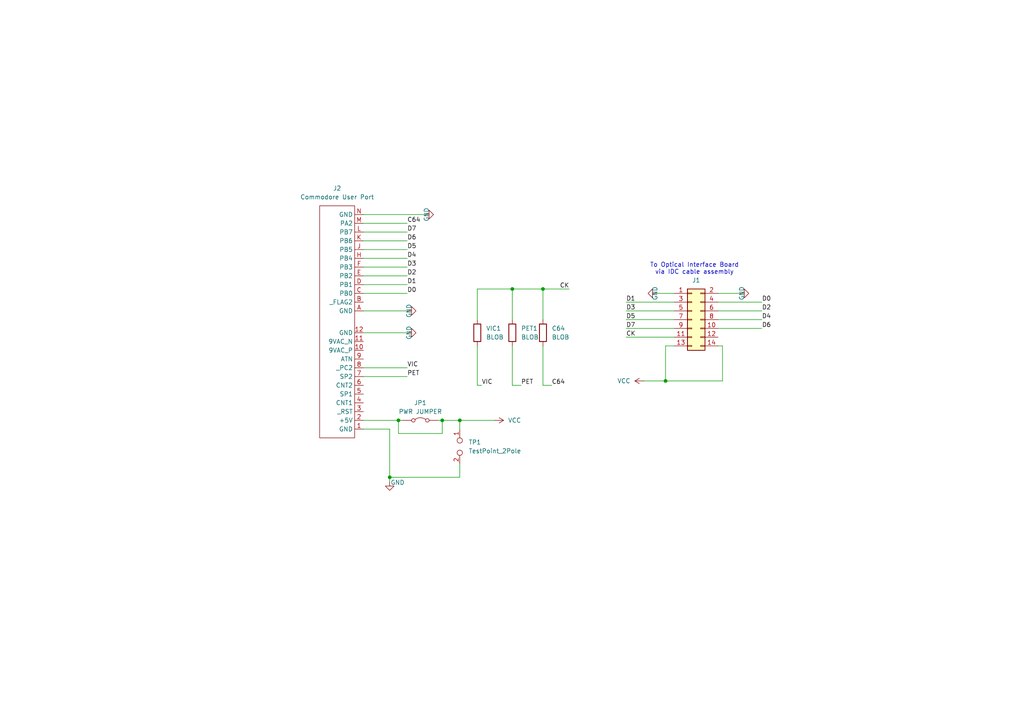
<source format=kicad_sch>
(kicad_sch
	(version 20231120)
	(generator "eeschema")
	(generator_version "8.0")
	(uuid "d9a891ca-e9c0-4220-8857-f42ef1e3caea")
	(paper "A4")
	(lib_symbols
		(symbol "Connector:TestPoint_2Pole"
			(pin_names
				(offset 0.762) hide)
			(exclude_from_sim no)
			(in_bom yes)
			(on_board yes)
			(property "Reference" "TP"
				(at 0 1.524 0)
				(effects
					(font
						(size 1.27 1.27)
					)
				)
			)
			(property "Value" "TestPoint_2Pole"
				(at 0 -1.778 0)
				(effects
					(font
						(size 1.27 1.27)
					)
				)
			)
			(property "Footprint" ""
				(at 0 0 0)
				(effects
					(font
						(size 1.27 1.27)
					)
					(hide yes)
				)
			)
			(property "Datasheet" "~"
				(at 0 0 0)
				(effects
					(font
						(size 1.27 1.27)
					)
					(hide yes)
				)
			)
			(property "Description" "2-polar test point"
				(at 0 0 0)
				(effects
					(font
						(size 1.27 1.27)
					)
					(hide yes)
				)
			)
			(property "ki_keywords" "point tp"
				(at 0 0 0)
				(effects
					(font
						(size 1.27 1.27)
					)
					(hide yes)
				)
			)
			(property "ki_fp_filters" "Pin* Test*"
				(at 0 0 0)
				(effects
					(font
						(size 1.27 1.27)
					)
					(hide yes)
				)
			)
			(symbol "TestPoint_2Pole_0_1"
				(circle
					(center -1.778 0)
					(radius 0.762)
					(stroke
						(width 0)
						(type default)
					)
					(fill
						(type none)
					)
				)
				(circle
					(center 1.778 0)
					(radius 0.762)
					(stroke
						(width 0)
						(type default)
					)
					(fill
						(type none)
					)
				)
				(pin passive line
					(at -5.08 0 0)
					(length 2.54)
					(name "1"
						(effects
							(font
								(size 1.27 1.27)
							)
						)
					)
					(number "1"
						(effects
							(font
								(size 1.27 1.27)
							)
						)
					)
				)
				(pin passive line
					(at 5.08 0 180)
					(length 2.54)
					(name "2"
						(effects
							(font
								(size 1.27 1.27)
							)
						)
					)
					(number "2"
						(effects
							(font
								(size 1.27 1.27)
							)
						)
					)
				)
			)
		)
		(symbol "Connector_Generic:Conn_02x07_Odd_Even"
			(pin_names
				(offset 1.016) hide)
			(exclude_from_sim no)
			(in_bom yes)
			(on_board yes)
			(property "Reference" "J"
				(at 1.27 10.16 0)
				(effects
					(font
						(size 1.27 1.27)
					)
				)
			)
			(property "Value" "Conn_02x07_Odd_Even"
				(at 1.27 -10.16 0)
				(effects
					(font
						(size 1.27 1.27)
					)
				)
			)
			(property "Footprint" ""
				(at 0 0 0)
				(effects
					(font
						(size 1.27 1.27)
					)
					(hide yes)
				)
			)
			(property "Datasheet" "~"
				(at 0 0 0)
				(effects
					(font
						(size 1.27 1.27)
					)
					(hide yes)
				)
			)
			(property "Description" "Generic connector, double row, 02x07, odd/even pin numbering scheme (row 1 odd numbers, row 2 even numbers), script generated (kicad-library-utils/schlib/autogen/connector/)"
				(at 0 0 0)
				(effects
					(font
						(size 1.27 1.27)
					)
					(hide yes)
				)
			)
			(property "ki_keywords" "connector"
				(at 0 0 0)
				(effects
					(font
						(size 1.27 1.27)
					)
					(hide yes)
				)
			)
			(property "ki_fp_filters" "Connector*:*_2x??_*"
				(at 0 0 0)
				(effects
					(font
						(size 1.27 1.27)
					)
					(hide yes)
				)
			)
			(symbol "Conn_02x07_Odd_Even_1_1"
				(rectangle
					(start -1.27 -7.493)
					(end 0 -7.747)
					(stroke
						(width 0.1524)
						(type default)
					)
					(fill
						(type none)
					)
				)
				(rectangle
					(start -1.27 -4.953)
					(end 0 -5.207)
					(stroke
						(width 0.1524)
						(type default)
					)
					(fill
						(type none)
					)
				)
				(rectangle
					(start -1.27 -2.413)
					(end 0 -2.667)
					(stroke
						(width 0.1524)
						(type default)
					)
					(fill
						(type none)
					)
				)
				(rectangle
					(start -1.27 0.127)
					(end 0 -0.127)
					(stroke
						(width 0.1524)
						(type default)
					)
					(fill
						(type none)
					)
				)
				(rectangle
					(start -1.27 2.667)
					(end 0 2.413)
					(stroke
						(width 0.1524)
						(type default)
					)
					(fill
						(type none)
					)
				)
				(rectangle
					(start -1.27 5.207)
					(end 0 4.953)
					(stroke
						(width 0.1524)
						(type default)
					)
					(fill
						(type none)
					)
				)
				(rectangle
					(start -1.27 7.747)
					(end 0 7.493)
					(stroke
						(width 0.1524)
						(type default)
					)
					(fill
						(type none)
					)
				)
				(rectangle
					(start -1.27 8.89)
					(end 3.81 -8.89)
					(stroke
						(width 0.254)
						(type default)
					)
					(fill
						(type background)
					)
				)
				(rectangle
					(start 3.81 -7.493)
					(end 2.54 -7.747)
					(stroke
						(width 0.1524)
						(type default)
					)
					(fill
						(type none)
					)
				)
				(rectangle
					(start 3.81 -4.953)
					(end 2.54 -5.207)
					(stroke
						(width 0.1524)
						(type default)
					)
					(fill
						(type none)
					)
				)
				(rectangle
					(start 3.81 -2.413)
					(end 2.54 -2.667)
					(stroke
						(width 0.1524)
						(type default)
					)
					(fill
						(type none)
					)
				)
				(rectangle
					(start 3.81 0.127)
					(end 2.54 -0.127)
					(stroke
						(width 0.1524)
						(type default)
					)
					(fill
						(type none)
					)
				)
				(rectangle
					(start 3.81 2.667)
					(end 2.54 2.413)
					(stroke
						(width 0.1524)
						(type default)
					)
					(fill
						(type none)
					)
				)
				(rectangle
					(start 3.81 5.207)
					(end 2.54 4.953)
					(stroke
						(width 0.1524)
						(type default)
					)
					(fill
						(type none)
					)
				)
				(rectangle
					(start 3.81 7.747)
					(end 2.54 7.493)
					(stroke
						(width 0.1524)
						(type default)
					)
					(fill
						(type none)
					)
				)
				(pin passive line
					(at -5.08 7.62 0)
					(length 3.81)
					(name "Pin_1"
						(effects
							(font
								(size 1.27 1.27)
							)
						)
					)
					(number "1"
						(effects
							(font
								(size 1.27 1.27)
							)
						)
					)
				)
				(pin passive line
					(at 7.62 -2.54 180)
					(length 3.81)
					(name "Pin_10"
						(effects
							(font
								(size 1.27 1.27)
							)
						)
					)
					(number "10"
						(effects
							(font
								(size 1.27 1.27)
							)
						)
					)
				)
				(pin passive line
					(at -5.08 -5.08 0)
					(length 3.81)
					(name "Pin_11"
						(effects
							(font
								(size 1.27 1.27)
							)
						)
					)
					(number "11"
						(effects
							(font
								(size 1.27 1.27)
							)
						)
					)
				)
				(pin passive line
					(at 7.62 -5.08 180)
					(length 3.81)
					(name "Pin_12"
						(effects
							(font
								(size 1.27 1.27)
							)
						)
					)
					(number "12"
						(effects
							(font
								(size 1.27 1.27)
							)
						)
					)
				)
				(pin passive line
					(at -5.08 -7.62 0)
					(length 3.81)
					(name "Pin_13"
						(effects
							(font
								(size 1.27 1.27)
							)
						)
					)
					(number "13"
						(effects
							(font
								(size 1.27 1.27)
							)
						)
					)
				)
				(pin passive line
					(at 7.62 -7.62 180)
					(length 3.81)
					(name "Pin_14"
						(effects
							(font
								(size 1.27 1.27)
							)
						)
					)
					(number "14"
						(effects
							(font
								(size 1.27 1.27)
							)
						)
					)
				)
				(pin passive line
					(at 7.62 7.62 180)
					(length 3.81)
					(name "Pin_2"
						(effects
							(font
								(size 1.27 1.27)
							)
						)
					)
					(number "2"
						(effects
							(font
								(size 1.27 1.27)
							)
						)
					)
				)
				(pin passive line
					(at -5.08 5.08 0)
					(length 3.81)
					(name "Pin_3"
						(effects
							(font
								(size 1.27 1.27)
							)
						)
					)
					(number "3"
						(effects
							(font
								(size 1.27 1.27)
							)
						)
					)
				)
				(pin passive line
					(at 7.62 5.08 180)
					(length 3.81)
					(name "Pin_4"
						(effects
							(font
								(size 1.27 1.27)
							)
						)
					)
					(number "4"
						(effects
							(font
								(size 1.27 1.27)
							)
						)
					)
				)
				(pin passive line
					(at -5.08 2.54 0)
					(length 3.81)
					(name "Pin_5"
						(effects
							(font
								(size 1.27 1.27)
							)
						)
					)
					(number "5"
						(effects
							(font
								(size 1.27 1.27)
							)
						)
					)
				)
				(pin passive line
					(at 7.62 2.54 180)
					(length 3.81)
					(name "Pin_6"
						(effects
							(font
								(size 1.27 1.27)
							)
						)
					)
					(number "6"
						(effects
							(font
								(size 1.27 1.27)
							)
						)
					)
				)
				(pin passive line
					(at -5.08 0 0)
					(length 3.81)
					(name "Pin_7"
						(effects
							(font
								(size 1.27 1.27)
							)
						)
					)
					(number "7"
						(effects
							(font
								(size 1.27 1.27)
							)
						)
					)
				)
				(pin passive line
					(at 7.62 0 180)
					(length 3.81)
					(name "Pin_8"
						(effects
							(font
								(size 1.27 1.27)
							)
						)
					)
					(number "8"
						(effects
							(font
								(size 1.27 1.27)
							)
						)
					)
				)
				(pin passive line
					(at -5.08 -2.54 0)
					(length 3.81)
					(name "Pin_9"
						(effects
							(font
								(size 1.27 1.27)
							)
						)
					)
					(number "9"
						(effects
							(font
								(size 1.27 1.27)
							)
						)
					)
				)
			)
		)
		(symbol "Device:R"
			(pin_numbers hide)
			(pin_names
				(offset 0)
			)
			(exclude_from_sim no)
			(in_bom yes)
			(on_board yes)
			(property "Reference" "R"
				(at 2.032 0 90)
				(effects
					(font
						(size 1.27 1.27)
					)
				)
			)
			(property "Value" "R"
				(at 0 0 90)
				(effects
					(font
						(size 1.27 1.27)
					)
				)
			)
			(property "Footprint" ""
				(at -1.778 0 90)
				(effects
					(font
						(size 1.27 1.27)
					)
					(hide yes)
				)
			)
			(property "Datasheet" "~"
				(at 0 0 0)
				(effects
					(font
						(size 1.27 1.27)
					)
					(hide yes)
				)
			)
			(property "Description" "Resistor"
				(at 0 0 0)
				(effects
					(font
						(size 1.27 1.27)
					)
					(hide yes)
				)
			)
			(property "ki_keywords" "R res resistor"
				(at 0 0 0)
				(effects
					(font
						(size 1.27 1.27)
					)
					(hide yes)
				)
			)
			(property "ki_fp_filters" "R_*"
				(at 0 0 0)
				(effects
					(font
						(size 1.27 1.27)
					)
					(hide yes)
				)
			)
			(symbol "R_0_1"
				(rectangle
					(start -1.016 -2.54)
					(end 1.016 2.54)
					(stroke
						(width 0.254)
						(type default)
					)
					(fill
						(type none)
					)
				)
			)
			(symbol "R_1_1"
				(pin passive line
					(at 0 3.81 270)
					(length 1.27)
					(name "~"
						(effects
							(font
								(size 1.27 1.27)
							)
						)
					)
					(number "1"
						(effects
							(font
								(size 1.27 1.27)
							)
						)
					)
				)
				(pin passive line
					(at 0 -3.81 90)
					(length 1.27)
					(name "~"
						(effects
							(font
								(size 1.27 1.27)
							)
						)
					)
					(number "2"
						(effects
							(font
								(size 1.27 1.27)
							)
						)
					)
				)
			)
		)
		(symbol "Jumper:Jumper_2_Bridged"
			(pin_numbers hide)
			(pin_names
				(offset 0) hide)
			(exclude_from_sim yes)
			(in_bom yes)
			(on_board yes)
			(property "Reference" "JP"
				(at 0 1.905 0)
				(effects
					(font
						(size 1.27 1.27)
					)
				)
			)
			(property "Value" "Jumper_2_Bridged"
				(at 0 -2.54 0)
				(effects
					(font
						(size 1.27 1.27)
					)
				)
			)
			(property "Footprint" ""
				(at 0 0 0)
				(effects
					(font
						(size 1.27 1.27)
					)
					(hide yes)
				)
			)
			(property "Datasheet" "~"
				(at 0 0 0)
				(effects
					(font
						(size 1.27 1.27)
					)
					(hide yes)
				)
			)
			(property "Description" "Jumper, 2-pole, closed/bridged"
				(at 0 0 0)
				(effects
					(font
						(size 1.27 1.27)
					)
					(hide yes)
				)
			)
			(property "ki_keywords" "Jumper SPST"
				(at 0 0 0)
				(effects
					(font
						(size 1.27 1.27)
					)
					(hide yes)
				)
			)
			(property "ki_fp_filters" "Jumper* TestPoint*2Pads* TestPoint*Bridge*"
				(at 0 0 0)
				(effects
					(font
						(size 1.27 1.27)
					)
					(hide yes)
				)
			)
			(symbol "Jumper_2_Bridged_0_0"
				(circle
					(center -2.032 0)
					(radius 0.508)
					(stroke
						(width 0)
						(type default)
					)
					(fill
						(type none)
					)
				)
				(circle
					(center 2.032 0)
					(radius 0.508)
					(stroke
						(width 0)
						(type default)
					)
					(fill
						(type none)
					)
				)
			)
			(symbol "Jumper_2_Bridged_0_1"
				(arc
					(start 1.524 0.254)
					(mid 0 0.762)
					(end -1.524 0.254)
					(stroke
						(width 0)
						(type default)
					)
					(fill
						(type none)
					)
				)
			)
			(symbol "Jumper_2_Bridged_1_1"
				(pin passive line
					(at -5.08 0 0)
					(length 2.54)
					(name "A"
						(effects
							(font
								(size 1.27 1.27)
							)
						)
					)
					(number "1"
						(effects
							(font
								(size 1.27 1.27)
							)
						)
					)
				)
				(pin passive line
					(at 5.08 0 180)
					(length 2.54)
					(name "B"
						(effects
							(font
								(size 1.27 1.27)
							)
						)
					)
					(number "2"
						(effects
							(font
								(size 1.27 1.27)
							)
						)
					)
				)
			)
		)
		(symbol "USER-GLOBAL_Library:C64-USER-PORT"
			(exclude_from_sim no)
			(in_bom yes)
			(on_board yes)
			(property "Reference" "J"
				(at 1.27 1.27 0)
				(effects
					(font
						(size 1.27 1.27)
					)
				)
			)
			(property "Value" "C64 User Port"
				(at 1.27 1.27 0)
				(effects
					(font
						(size 1.27 1.27)
					)
				)
			)
			(property "Footprint" "Library:Commodore-UserPort-Connector"
				(at 1.27 1.27 0)
				(effects
					(font
						(size 1.27 1.27)
					)
					(hide yes)
				)
			)
			(property "Datasheet" ""
				(at 1.27 1.27 0)
				(effects
					(font
						(size 1.27 1.27)
					)
					(hide yes)
				)
			)
			(property "Description" ""
				(at 1.27 1.27 0)
				(effects
					(font
						(size 1.27 1.27)
					)
					(hide yes)
				)
			)
			(symbol "C64-USER-PORT_0_1"
				(rectangle
					(start 0 0)
					(end 10.16 -67.31)
					(stroke
						(width 0)
						(type default)
					)
					(fill
						(type none)
					)
				)
			)
			(symbol "C64-USER-PORT_1_1"
				(pin power_in line
					(at -2.54 -2.54 0)
					(length 2.54)
					(name "GND"
						(effects
							(font
								(size 1.27 1.27)
							)
						)
					)
					(number "1"
						(effects
							(font
								(size 1.27 1.27)
							)
						)
					)
				)
				(pin power_out line
					(at -2.54 -25.4 0)
					(length 2.54)
					(name "9VAC_P"
						(effects
							(font
								(size 1.27 1.27)
							)
						)
					)
					(number "10"
						(effects
							(font
								(size 1.27 1.27)
							)
						)
					)
				)
				(pin power_out line
					(at -2.54 -27.94 0)
					(length 2.54)
					(name "9VAC_N"
						(effects
							(font
								(size 1.27 1.27)
							)
						)
					)
					(number "11"
						(effects
							(font
								(size 1.27 1.27)
							)
						)
					)
				)
				(pin power_out line
					(at -2.54 -30.48 0)
					(length 2.54)
					(name "GND"
						(effects
							(font
								(size 1.27 1.27)
							)
						)
					)
					(number "12"
						(effects
							(font
								(size 1.27 1.27)
							)
						)
					)
				)
				(pin power_out line
					(at -2.54 -5.08 0)
					(length 2.54)
					(name "+5V"
						(effects
							(font
								(size 1.27 1.27)
							)
						)
					)
					(number "2"
						(effects
							(font
								(size 1.27 1.27)
							)
						)
					)
				)
				(pin input line
					(at -2.54 -7.62 0)
					(length 2.54)
					(name "_RST"
						(effects
							(font
								(size 1.27 1.27)
							)
						)
					)
					(number "3"
						(effects
							(font
								(size 1.27 1.27)
							)
						)
					)
				)
				(pin free line
					(at -2.54 -10.16 0)
					(length 2.54)
					(name "CNT1"
						(effects
							(font
								(size 1.27 1.27)
							)
						)
					)
					(number "4"
						(effects
							(font
								(size 1.27 1.27)
							)
						)
					)
				)
				(pin free line
					(at -2.54 -12.7 0)
					(length 2.54)
					(name "SP1"
						(effects
							(font
								(size 1.27 1.27)
							)
						)
					)
					(number "5"
						(effects
							(font
								(size 1.27 1.27)
							)
						)
					)
				)
				(pin free line
					(at -2.54 -15.24 0)
					(length 2.54)
					(name "CNT2"
						(effects
							(font
								(size 1.27 1.27)
							)
						)
					)
					(number "6"
						(effects
							(font
								(size 1.27 1.27)
							)
						)
					)
				)
				(pin free line
					(at -2.54 -17.78 0)
					(length 2.54)
					(name "SP2"
						(effects
							(font
								(size 1.27 1.27)
							)
						)
					)
					(number "7"
						(effects
							(font
								(size 1.27 1.27)
							)
						)
					)
				)
				(pin free line
					(at -2.54 -20.32 0)
					(length 2.54)
					(name "_PC2"
						(effects
							(font
								(size 1.27 1.27)
							)
						)
					)
					(number "8"
						(effects
							(font
								(size 1.27 1.27)
							)
						)
					)
				)
				(pin free line
					(at -2.54 -22.86 0)
					(length 2.54)
					(name "ATN"
						(effects
							(font
								(size 1.27 1.27)
							)
						)
					)
					(number "9"
						(effects
							(font
								(size 1.27 1.27)
							)
						)
					)
				)
				(pin power_out line
					(at -2.54 -36.83 0)
					(length 2.54)
					(name "GND"
						(effects
							(font
								(size 1.27 1.27)
							)
						)
					)
					(number "A"
						(effects
							(font
								(size 1.27 1.27)
							)
						)
					)
				)
				(pin free line
					(at -2.54 -39.37 0)
					(length 2.54)
					(name "_FLAG2"
						(effects
							(font
								(size 1.27 1.27)
							)
						)
					)
					(number "B"
						(effects
							(font
								(size 1.27 1.27)
							)
						)
					)
				)
				(pin free line
					(at -2.54 -41.91 0)
					(length 2.54)
					(name "PB0"
						(effects
							(font
								(size 1.27 1.27)
							)
						)
					)
					(number "C"
						(effects
							(font
								(size 1.27 1.27)
							)
						)
					)
				)
				(pin free line
					(at -2.54 -44.45 0)
					(length 2.54)
					(name "PB1"
						(effects
							(font
								(size 1.27 1.27)
							)
						)
					)
					(number "D"
						(effects
							(font
								(size 1.27 1.27)
							)
						)
					)
				)
				(pin free line
					(at -2.54 -46.99 0)
					(length 2.54)
					(name "PB2"
						(effects
							(font
								(size 1.27 1.27)
							)
						)
					)
					(number "E"
						(effects
							(font
								(size 1.27 1.27)
							)
						)
					)
				)
				(pin free line
					(at -2.54 -49.53 0)
					(length 2.54)
					(name "PB3"
						(effects
							(font
								(size 1.27 1.27)
							)
						)
					)
					(number "F"
						(effects
							(font
								(size 1.27 1.27)
							)
						)
					)
				)
				(pin free line
					(at -2.54 -52.07 0)
					(length 2.54)
					(name "PB4"
						(effects
							(font
								(size 1.27 1.27)
							)
						)
					)
					(number "H"
						(effects
							(font
								(size 1.27 1.27)
							)
						)
					)
				)
				(pin free line
					(at -2.54 -54.61 0)
					(length 2.54)
					(name "PB5"
						(effects
							(font
								(size 1.27 1.27)
							)
						)
					)
					(number "J"
						(effects
							(font
								(size 1.27 1.27)
							)
						)
					)
				)
				(pin free line
					(at -2.54 -57.15 0)
					(length 2.54)
					(name "PB6"
						(effects
							(font
								(size 1.27 1.27)
							)
						)
					)
					(number "K"
						(effects
							(font
								(size 1.27 1.27)
							)
						)
					)
				)
				(pin free line
					(at -2.54 -59.69 0)
					(length 2.54)
					(name "PB7"
						(effects
							(font
								(size 1.27 1.27)
							)
						)
					)
					(number "L"
						(effects
							(font
								(size 1.27 1.27)
							)
						)
					)
				)
				(pin free line
					(at -2.54 -62.23 0)
					(length 2.54)
					(name "PA2"
						(effects
							(font
								(size 1.27 1.27)
							)
						)
					)
					(number "M"
						(effects
							(font
								(size 1.27 1.27)
							)
						)
					)
				)
				(pin power_out line
					(at -2.54 -64.77 0)
					(length 2.54)
					(name "GND"
						(effects
							(font
								(size 1.27 1.27)
							)
						)
					)
					(number "N"
						(effects
							(font
								(size 1.27 1.27)
							)
						)
					)
				)
			)
		)
		(symbol "power:GND"
			(power)
			(pin_numbers hide)
			(pin_names
				(offset 0) hide)
			(exclude_from_sim no)
			(in_bom yes)
			(on_board yes)
			(property "Reference" "#PWR"
				(at 0 -6.35 0)
				(effects
					(font
						(size 1.27 1.27)
					)
					(hide yes)
				)
			)
			(property "Value" "GND"
				(at 0 -3.81 0)
				(effects
					(font
						(size 1.27 1.27)
					)
				)
			)
			(property "Footprint" ""
				(at 0 0 0)
				(effects
					(font
						(size 1.27 1.27)
					)
					(hide yes)
				)
			)
			(property "Datasheet" ""
				(at 0 0 0)
				(effects
					(font
						(size 1.27 1.27)
					)
					(hide yes)
				)
			)
			(property "Description" "Power symbol creates a global label with name \"GND\" , ground"
				(at 0 0 0)
				(effects
					(font
						(size 1.27 1.27)
					)
					(hide yes)
				)
			)
			(property "ki_keywords" "global power"
				(at 0 0 0)
				(effects
					(font
						(size 1.27 1.27)
					)
					(hide yes)
				)
			)
			(symbol "GND_0_1"
				(polyline
					(pts
						(xy 0 0) (xy 0 -1.27) (xy 1.27 -1.27) (xy 0 -2.54) (xy -1.27 -1.27) (xy 0 -1.27)
					)
					(stroke
						(width 0)
						(type default)
					)
					(fill
						(type none)
					)
				)
			)
			(symbol "GND_1_1"
				(pin power_in line
					(at 0 0 270)
					(length 0)
					(name "~"
						(effects
							(font
								(size 1.27 1.27)
							)
						)
					)
					(number "1"
						(effects
							(font
								(size 1.27 1.27)
							)
						)
					)
				)
			)
		)
		(symbol "power:VCC"
			(power)
			(pin_numbers hide)
			(pin_names
				(offset 0) hide)
			(exclude_from_sim no)
			(in_bom yes)
			(on_board yes)
			(property "Reference" "#PWR"
				(at 0 -3.81 0)
				(effects
					(font
						(size 1.27 1.27)
					)
					(hide yes)
				)
			)
			(property "Value" "VCC"
				(at 0 3.556 0)
				(effects
					(font
						(size 1.27 1.27)
					)
				)
			)
			(property "Footprint" ""
				(at 0 0 0)
				(effects
					(font
						(size 1.27 1.27)
					)
					(hide yes)
				)
			)
			(property "Datasheet" ""
				(at 0 0 0)
				(effects
					(font
						(size 1.27 1.27)
					)
					(hide yes)
				)
			)
			(property "Description" "Power symbol creates a global label with name \"VCC\""
				(at 0 0 0)
				(effects
					(font
						(size 1.27 1.27)
					)
					(hide yes)
				)
			)
			(property "ki_keywords" "global power"
				(at 0 0 0)
				(effects
					(font
						(size 1.27 1.27)
					)
					(hide yes)
				)
			)
			(symbol "VCC_0_1"
				(polyline
					(pts
						(xy -0.762 1.27) (xy 0 2.54)
					)
					(stroke
						(width 0)
						(type default)
					)
					(fill
						(type none)
					)
				)
				(polyline
					(pts
						(xy 0 0) (xy 0 2.54)
					)
					(stroke
						(width 0)
						(type default)
					)
					(fill
						(type none)
					)
				)
				(polyline
					(pts
						(xy 0 2.54) (xy 0.762 1.27)
					)
					(stroke
						(width 0)
						(type default)
					)
					(fill
						(type none)
					)
				)
			)
			(symbol "VCC_1_1"
				(pin power_in line
					(at 0 0 90)
					(length 0)
					(name "~"
						(effects
							(font
								(size 1.27 1.27)
							)
						)
					)
					(number "1"
						(effects
							(font
								(size 1.27 1.27)
							)
						)
					)
				)
			)
		)
	)
	(junction
		(at 157.48 83.82)
		(diameter 0)
		(color 0 0 0 0)
		(uuid "0f844c03-dffc-4832-8a1c-b49d548d87df")
	)
	(junction
		(at 193.04 110.49)
		(diameter 0)
		(color 0 0 0 0)
		(uuid "576839b3-33ee-47c9-8f12-df623592362a")
	)
	(junction
		(at 128.27 121.92)
		(diameter 0)
		(color 0 0 0 0)
		(uuid "a8119e95-d1bd-40d3-b458-d193d7602988")
	)
	(junction
		(at 115.57 121.92)
		(diameter 0)
		(color 0 0 0 0)
		(uuid "ac53fec8-977e-4f8a-aee8-971743e5ee66")
	)
	(junction
		(at 133.35 121.92)
		(diameter 0)
		(color 0 0 0 0)
		(uuid "c489ca78-5a42-410d-8f53-0507427d6b9f")
	)
	(junction
		(at 113.03 138.43)
		(diameter 0)
		(color 0 0 0 0)
		(uuid "e4002a5e-c195-489e-91a3-88992100a7de")
	)
	(junction
		(at 148.59 83.82)
		(diameter 0)
		(color 0 0 0 0)
		(uuid "ea2ba868-8981-40c1-ae31-aec124416a3f")
	)
	(wire
		(pts
			(xy 133.35 138.43) (xy 113.03 138.43)
		)
		(stroke
			(width 0)
			(type default)
		)
		(uuid "060b032f-7052-45df-b058-cc1cc6f589e5")
	)
	(wire
		(pts
			(xy 118.11 77.47) (xy 105.41 77.47)
		)
		(stroke
			(width 0)
			(type default)
		)
		(uuid "0e083ac9-6b34-4fad-ac81-bd3af36c5d88")
	)
	(wire
		(pts
			(xy 105.41 64.77) (xy 118.11 64.77)
		)
		(stroke
			(width 0)
			(type default)
		)
		(uuid "11a10e76-c398-4cd7-8815-061e97a7eaa9")
	)
	(wire
		(pts
			(xy 148.59 100.33) (xy 148.59 111.76)
		)
		(stroke
			(width 0)
			(type default)
		)
		(uuid "15373edc-b0d7-4ce2-a015-086586154fd1")
	)
	(wire
		(pts
			(xy 181.61 97.79) (xy 195.58 97.79)
		)
		(stroke
			(width 0)
			(type default)
		)
		(uuid "200d0f20-e333-459f-8da7-3107b58970ea")
	)
	(wire
		(pts
			(xy 208.28 92.71) (xy 220.98 92.71)
		)
		(stroke
			(width 0)
			(type default)
		)
		(uuid "2f33474b-8b5e-4a86-ae04-84075a70a05f")
	)
	(wire
		(pts
			(xy 105.41 62.23) (xy 123.19 62.23)
		)
		(stroke
			(width 0)
			(type default)
		)
		(uuid "2f8d4e6e-606a-4d68-be85-024ef125b746")
	)
	(wire
		(pts
			(xy 105.41 69.85) (xy 118.11 69.85)
		)
		(stroke
			(width 0)
			(type default)
		)
		(uuid "31747dfe-e3a9-4c49-b124-3c933244c8ed")
	)
	(wire
		(pts
			(xy 181.61 95.25) (xy 195.58 95.25)
		)
		(stroke
			(width 0)
			(type default)
		)
		(uuid "32f717db-0820-4611-a51d-73b60680edbc")
	)
	(wire
		(pts
			(xy 113.03 138.43) (xy 113.03 139.7)
		)
		(stroke
			(width 0)
			(type default)
		)
		(uuid "376aa0ba-93f8-4295-9480-e146de37c7ad")
	)
	(wire
		(pts
			(xy 115.57 121.92) (xy 115.57 125.73)
		)
		(stroke
			(width 0)
			(type default)
		)
		(uuid "38b6ce50-42b7-4059-9b00-149e31c5fb6f")
	)
	(wire
		(pts
			(xy 105.41 121.92) (xy 115.57 121.92)
		)
		(stroke
			(width 0)
			(type default)
		)
		(uuid "3a9bd0b7-e4ac-443c-80e6-8fab9bdf8efa")
	)
	(wire
		(pts
			(xy 157.48 83.82) (xy 165.1 83.82)
		)
		(stroke
			(width 0)
			(type default)
		)
		(uuid "3aa47b32-9723-433c-a2f9-904f7b253264")
	)
	(wire
		(pts
			(xy 105.41 96.52) (xy 118.11 96.52)
		)
		(stroke
			(width 0)
			(type default)
		)
		(uuid "3bb10e4e-1d4c-430d-b7ac-d67d16c98954")
	)
	(wire
		(pts
			(xy 133.35 121.92) (xy 133.35 124.46)
		)
		(stroke
			(width 0)
			(type default)
		)
		(uuid "3d37e1a3-b713-401e-8f89-450e0d5744f4")
	)
	(wire
		(pts
			(xy 148.59 83.82) (xy 157.48 83.82)
		)
		(stroke
			(width 0)
			(type default)
		)
		(uuid "40b04814-0994-47c3-999f-dbdd8c1e56c5")
	)
	(wire
		(pts
			(xy 157.48 83.82) (xy 157.48 92.71)
		)
		(stroke
			(width 0)
			(type default)
		)
		(uuid "4a1621b2-6e45-4c4b-81f0-2e3859a3baa2")
	)
	(wire
		(pts
			(xy 133.35 121.92) (xy 143.51 121.92)
		)
		(stroke
			(width 0)
			(type default)
		)
		(uuid "4af048e9-000d-4279-8054-c2f09cda4c24")
	)
	(wire
		(pts
			(xy 118.11 67.31) (xy 105.41 67.31)
		)
		(stroke
			(width 0)
			(type default)
		)
		(uuid "513e9c01-70d2-4b5c-8308-ab0af017cd1e")
	)
	(wire
		(pts
			(xy 138.43 111.76) (xy 139.7 111.76)
		)
		(stroke
			(width 0)
			(type default)
		)
		(uuid "5161305e-0d3f-467d-8e33-097d0eb49494")
	)
	(wire
		(pts
			(xy 209.55 100.33) (xy 209.55 110.49)
		)
		(stroke
			(width 0)
			(type default)
		)
		(uuid "55939845-a3cb-4eff-9a36-bdcf03c94eb2")
	)
	(wire
		(pts
			(xy 113.03 124.46) (xy 113.03 138.43)
		)
		(stroke
			(width 0)
			(type default)
		)
		(uuid "58b2e734-4501-4c15-84fc-18118e96422d")
	)
	(wire
		(pts
			(xy 105.41 80.01) (xy 118.11 80.01)
		)
		(stroke
			(width 0)
			(type default)
		)
		(uuid "5d6d6a64-d496-4bc8-8a58-f1ea1682b5cb")
	)
	(wire
		(pts
			(xy 118.11 82.55) (xy 105.41 82.55)
		)
		(stroke
			(width 0)
			(type default)
		)
		(uuid "6009376c-3744-445e-a6f0-98cf4ed08669")
	)
	(wire
		(pts
			(xy 193.04 110.49) (xy 209.55 110.49)
		)
		(stroke
			(width 0)
			(type default)
		)
		(uuid "6449d220-41e8-4010-946f-4573a090db63")
	)
	(wire
		(pts
			(xy 133.35 134.62) (xy 133.35 138.43)
		)
		(stroke
			(width 0)
			(type default)
		)
		(uuid "6a83c255-a564-4dd0-badc-16272e876271")
	)
	(wire
		(pts
			(xy 148.59 111.76) (xy 151.13 111.76)
		)
		(stroke
			(width 0)
			(type default)
		)
		(uuid "6aeb8c35-6177-40b4-a3ff-7b2fe6de5101")
	)
	(wire
		(pts
			(xy 138.43 100.33) (xy 138.43 111.76)
		)
		(stroke
			(width 0)
			(type default)
		)
		(uuid "6c8c2d2c-70a4-4fa1-a756-122b92893e3d")
	)
	(wire
		(pts
			(xy 105.41 90.17) (xy 118.11 90.17)
		)
		(stroke
			(width 0)
			(type default)
		)
		(uuid "6db31303-3a28-448d-b44a-af1fecd74ca6")
	)
	(wire
		(pts
			(xy 181.61 90.17) (xy 195.58 90.17)
		)
		(stroke
			(width 0)
			(type default)
		)
		(uuid "79d46543-fac4-40be-9681-f1775ffdd779")
	)
	(wire
		(pts
			(xy 105.41 109.22) (xy 118.11 109.22)
		)
		(stroke
			(width 0)
			(type default)
		)
		(uuid "7b4a271b-eb8c-4e24-82ef-b12fc5685506")
	)
	(wire
		(pts
			(xy 138.43 92.71) (xy 138.43 83.82)
		)
		(stroke
			(width 0)
			(type default)
		)
		(uuid "7da8168c-acd1-4394-b336-f7d1795eb200")
	)
	(wire
		(pts
			(xy 127 121.92) (xy 128.27 121.92)
		)
		(stroke
			(width 0)
			(type default)
		)
		(uuid "825d6fef-9dce-47c7-a8a7-0762de01442e")
	)
	(wire
		(pts
			(xy 208.28 100.33) (xy 209.55 100.33)
		)
		(stroke
			(width 0)
			(type default)
		)
		(uuid "859c0856-1656-4048-bb7a-2a790c39c6bd")
	)
	(wire
		(pts
			(xy 195.58 100.33) (xy 193.04 100.33)
		)
		(stroke
			(width 0)
			(type default)
		)
		(uuid "8634dbf2-4a25-437e-bce3-d08dcb10dc1f")
	)
	(wire
		(pts
			(xy 148.59 83.82) (xy 148.59 92.71)
		)
		(stroke
			(width 0)
			(type default)
		)
		(uuid "88071c95-2eae-4099-b9bd-c42220e36479")
	)
	(wire
		(pts
			(xy 128.27 121.92) (xy 133.35 121.92)
		)
		(stroke
			(width 0)
			(type default)
		)
		(uuid "8d14cca8-a347-440b-b86f-54f215db946b")
	)
	(wire
		(pts
			(xy 193.04 100.33) (xy 193.04 110.49)
		)
		(stroke
			(width 0)
			(type default)
		)
		(uuid "8f37b324-a424-4877-aff5-c5dd7f966df0")
	)
	(wire
		(pts
			(xy 128.27 125.73) (xy 128.27 121.92)
		)
		(stroke
			(width 0)
			(type default)
		)
		(uuid "96de7ec7-1541-4e52-89d6-3f2abc4e4020")
	)
	(wire
		(pts
			(xy 186.69 110.49) (xy 193.04 110.49)
		)
		(stroke
			(width 0)
			(type default)
		)
		(uuid "997d8b95-e2ab-4d3e-a1ab-5a796b47db3f")
	)
	(wire
		(pts
			(xy 208.28 95.25) (xy 220.98 95.25)
		)
		(stroke
			(width 0)
			(type default)
		)
		(uuid "a31b3072-c0cf-4a1a-b025-4b8ef460f183")
	)
	(wire
		(pts
			(xy 157.48 111.76) (xy 160.02 111.76)
		)
		(stroke
			(width 0)
			(type default)
		)
		(uuid "a4566ca1-5c88-40e8-a6eb-f2648251daac")
	)
	(wire
		(pts
			(xy 208.28 85.09) (xy 214.63 85.09)
		)
		(stroke
			(width 0)
			(type default)
		)
		(uuid "a9e5beb6-93b7-4ba0-8ae3-547b9a932258")
	)
	(wire
		(pts
			(xy 190.5 85.09) (xy 195.58 85.09)
		)
		(stroke
			(width 0)
			(type default)
		)
		(uuid "b8f836f1-c23a-46c0-817b-93d0f5f3284f")
	)
	(wire
		(pts
			(xy 105.41 106.68) (xy 118.11 106.68)
		)
		(stroke
			(width 0)
			(type default)
		)
		(uuid "ba416bc7-853c-4388-b093-a39687f3200a")
	)
	(wire
		(pts
			(xy 181.61 92.71) (xy 195.58 92.71)
		)
		(stroke
			(width 0)
			(type default)
		)
		(uuid "ca4fb321-e6a4-4701-b518-56fcd6b9b30e")
	)
	(wire
		(pts
			(xy 115.57 121.92) (xy 116.84 121.92)
		)
		(stroke
			(width 0)
			(type default)
		)
		(uuid "d77de7f1-66e9-4e21-ae55-ccceb58d32a1")
	)
	(wire
		(pts
			(xy 208.28 90.17) (xy 220.98 90.17)
		)
		(stroke
			(width 0)
			(type default)
		)
		(uuid "dbe3c1fe-a1b3-42f1-af6e-638783a15bcb")
	)
	(wire
		(pts
			(xy 138.43 83.82) (xy 148.59 83.82)
		)
		(stroke
			(width 0)
			(type default)
		)
		(uuid "dcd3edf2-bba4-4c3c-9d6b-19cddc2694fc")
	)
	(wire
		(pts
			(xy 105.41 85.09) (xy 118.11 85.09)
		)
		(stroke
			(width 0)
			(type default)
		)
		(uuid "e29f6c47-9d4a-4701-85c7-af8af2240c5f")
	)
	(wire
		(pts
			(xy 157.48 100.33) (xy 157.48 111.76)
		)
		(stroke
			(width 0)
			(type default)
		)
		(uuid "e9f96308-d3bc-4a72-b11c-720d750c6ba3")
	)
	(wire
		(pts
			(xy 181.61 87.63) (xy 195.58 87.63)
		)
		(stroke
			(width 0)
			(type default)
		)
		(uuid "ef9c3ad0-c302-4778-89c8-ba69d1cb0538")
	)
	(wire
		(pts
			(xy 115.57 125.73) (xy 128.27 125.73)
		)
		(stroke
			(width 0)
			(type default)
		)
		(uuid "f55775ae-7ebc-418b-a5b3-0001e722b8cf")
	)
	(wire
		(pts
			(xy 118.11 72.39) (xy 105.41 72.39)
		)
		(stroke
			(width 0)
			(type default)
		)
		(uuid "f93c08ee-150d-417e-81bc-5b2151ed162d")
	)
	(wire
		(pts
			(xy 208.28 87.63) (xy 220.98 87.63)
		)
		(stroke
			(width 0)
			(type default)
		)
		(uuid "fc2b534d-4f6f-45a0-8bba-059935548336")
	)
	(wire
		(pts
			(xy 113.03 124.46) (xy 105.41 124.46)
		)
		(stroke
			(width 0)
			(type default)
		)
		(uuid "ff415bfd-ba7c-4b3f-8d58-324ecebc78de")
	)
	(wire
		(pts
			(xy 105.41 74.93) (xy 118.11 74.93)
		)
		(stroke
			(width 0)
			(type default)
		)
		(uuid "ff5cb04a-fc5f-484b-92de-8c7381a127d8")
	)
	(text "To Optical Interface Board\nvia IDC cable assembly"
		(exclude_from_sim no)
		(at 201.422 77.978 0)
		(effects
			(font
				(size 1.27 1.27)
			)
		)
		(uuid "dd2df8ea-cb15-4232-abd2-128f10a989c2")
	)
	(label "PET"
		(at 118.11 109.22 0)
		(fields_autoplaced yes)
		(effects
			(font
				(size 1.27 1.27)
			)
			(justify left bottom)
		)
		(uuid "05a13944-1f82-4e1d-afca-d13020ff22e4")
	)
	(label "D1"
		(at 118.11 82.55 0)
		(fields_autoplaced yes)
		(effects
			(font
				(size 1.27 1.27)
			)
			(justify left bottom)
		)
		(uuid "06288bbd-338c-4336-a215-e3acf9ae4b10")
	)
	(label "D6"
		(at 118.11 69.85 0)
		(fields_autoplaced yes)
		(effects
			(font
				(size 1.27 1.27)
			)
			(justify left bottom)
		)
		(uuid "185712ac-1026-4128-bb13-1d61ff042937")
	)
	(label "CK"
		(at 181.61 97.79 0)
		(fields_autoplaced yes)
		(effects
			(font
				(size 1.27 1.27)
			)
			(justify left bottom)
		)
		(uuid "1e3ebdae-a6b2-4562-ae66-5030ce59be52")
	)
	(label "D4"
		(at 220.98 92.71 0)
		(fields_autoplaced yes)
		(effects
			(font
				(size 1.27 1.27)
			)
			(justify left bottom)
		)
		(uuid "29066c98-8282-4418-b015-e18baa56ea24")
	)
	(label "C64"
		(at 118.11 64.77 0)
		(fields_autoplaced yes)
		(effects
			(font
				(size 1.27 1.27)
			)
			(justify left bottom)
		)
		(uuid "2bbd4239-96f6-4647-92fd-800bae3066ca")
	)
	(label "D7"
		(at 181.61 95.25 0)
		(fields_autoplaced yes)
		(effects
			(font
				(size 1.27 1.27)
			)
			(justify left bottom)
		)
		(uuid "313d39b5-0cf5-405f-90a2-c77c0faa2e9b")
	)
	(label "D6"
		(at 220.98 95.25 0)
		(fields_autoplaced yes)
		(effects
			(font
				(size 1.27 1.27)
			)
			(justify left bottom)
		)
		(uuid "3e20fe5a-4d0a-4b4f-ae53-40f83b050fcf")
	)
	(label "PET"
		(at 151.13 111.76 0)
		(fields_autoplaced yes)
		(effects
			(font
				(size 1.27 1.27)
			)
			(justify left bottom)
		)
		(uuid "3ed2732d-2085-4605-b8a9-a8a46f82f997")
	)
	(label "D4"
		(at 118.11 74.93 0)
		(fields_autoplaced yes)
		(effects
			(font
				(size 1.27 1.27)
			)
			(justify left bottom)
		)
		(uuid "4421dc18-a6cc-4104-ac99-21ec619b9c51")
	)
	(label "D2"
		(at 220.98 90.17 0)
		(fields_autoplaced yes)
		(effects
			(font
				(size 1.27 1.27)
			)
			(justify left bottom)
		)
		(uuid "4892e60c-59e5-4d9c-9269-ce334311367c")
	)
	(label "VIC"
		(at 139.7 111.76 0)
		(fields_autoplaced yes)
		(effects
			(font
				(size 1.27 1.27)
			)
			(justify left bottom)
		)
		(uuid "48b7d1ea-7d1e-406e-8a68-7747999cb9b3")
	)
	(label "D7"
		(at 118.11 67.31 0)
		(fields_autoplaced yes)
		(effects
			(font
				(size 1.27 1.27)
			)
			(justify left bottom)
		)
		(uuid "59e8a341-3f41-470c-a2e2-c74d956d5651")
	)
	(label "D2"
		(at 118.11 80.01 0)
		(fields_autoplaced yes)
		(effects
			(font
				(size 1.27 1.27)
			)
			(justify left bottom)
		)
		(uuid "67a5efd1-fef3-4fab-a194-729cf7774add")
	)
	(label "D0"
		(at 220.98 87.63 0)
		(fields_autoplaced yes)
		(effects
			(font
				(size 1.27 1.27)
			)
			(justify left bottom)
		)
		(uuid "6bffd1a8-6fdb-4c86-af81-2a4f01538b3c")
	)
	(label "VIC"
		(at 118.11 106.68 0)
		(fields_autoplaced yes)
		(effects
			(font
				(size 1.27 1.27)
			)
			(justify left bottom)
		)
		(uuid "7f972dc5-c0a7-4013-ac58-a0b58f1e12a1")
	)
	(label "CK"
		(at 165.1 83.82 180)
		(fields_autoplaced yes)
		(effects
			(font
				(size 1.27 1.27)
			)
			(justify right bottom)
		)
		(uuid "9fe604c0-f785-4268-ac97-a32c510233d0")
	)
	(label "D0"
		(at 118.11 85.09 0)
		(fields_autoplaced yes)
		(effects
			(font
				(size 1.27 1.27)
			)
			(justify left bottom)
		)
		(uuid "b2565804-c525-48f3-b64d-269eae52bdc8")
	)
	(label "D5"
		(at 181.61 92.71 0)
		(fields_autoplaced yes)
		(effects
			(font
				(size 1.27 1.27)
			)
			(justify left bottom)
		)
		(uuid "bbec43f8-c36b-4998-8ab8-a66ab30ecb15")
	)
	(label "D5"
		(at 118.11 72.39 0)
		(fields_autoplaced yes)
		(effects
			(font
				(size 1.27 1.27)
			)
			(justify left bottom)
		)
		(uuid "e17f53c7-8086-4a69-bf07-e8ccc3769115")
	)
	(label "C64"
		(at 160.02 111.76 0)
		(fields_autoplaced yes)
		(effects
			(font
				(size 1.27 1.27)
			)
			(justify left bottom)
		)
		(uuid "eaf13c7e-2630-4afd-b96b-941e9716eca4")
	)
	(label "D3"
		(at 181.61 90.17 0)
		(fields_autoplaced yes)
		(effects
			(font
				(size 1.27 1.27)
			)
			(justify left bottom)
		)
		(uuid "eff1dd41-c7a5-47b9-a9c9-4ac4862103e5")
	)
	(label "D1"
		(at 181.61 87.63 0)
		(fields_autoplaced yes)
		(effects
			(font
				(size 1.27 1.27)
			)
			(justify left bottom)
		)
		(uuid "f7b76531-a64c-4e0e-92a3-ad866bde52c1")
	)
	(label "D3"
		(at 118.11 77.47 0)
		(fields_autoplaced yes)
		(effects
			(font
				(size 1.27 1.27)
			)
			(justify left bottom)
		)
		(uuid "fe458f78-9794-4d7d-bc20-548708260dc7")
	)
	(symbol
		(lib_id "Device:R")
		(at 148.59 96.52 0)
		(unit 1)
		(exclude_from_sim no)
		(in_bom no)
		(on_board yes)
		(dnp no)
		(fields_autoplaced yes)
		(uuid "05659ce3-27e6-45f8-a8fb-2f9f53da8c05")
		(property "Reference" "PET1"
			(at 151.13 95.2499 0)
			(effects
				(font
					(size 1.27 1.27)
				)
				(justify left)
			)
		)
		(property "Value" "BLOB"
			(at 151.13 97.7899 0)
			(effects
				(font
					(size 1.27 1.27)
				)
				(justify left)
			)
		)
		(property "Footprint" "Jumper:SolderJumper-2_P1.3mm_Open_RoundedPad1.0x1.5mm"
			(at 146.812 96.52 90)
			(effects
				(font
					(size 1.27 1.27)
				)
				(hide yes)
			)
		)
		(property "Datasheet" "~"
			(at 148.59 96.52 0)
			(effects
				(font
					(size 1.27 1.27)
				)
				(hide yes)
			)
		)
		(property "Description" "Resistor"
			(at 148.59 96.52 0)
			(effects
				(font
					(size 1.27 1.27)
				)
				(hide yes)
			)
		)
		(pin "2"
			(uuid "bb1645cd-d3dc-44fb-bc37-f479c0feccf6")
		)
		(pin "1"
			(uuid "d40cbac2-16aa-4343-a00a-3dc52d12e191")
		)
		(instances
			(project "JellyLoad_Target-Interface_V2-0"
				(path "/d9a891ca-e9c0-4220-8857-f42ef1e3caea"
					(reference "PET1")
					(unit 1)
				)
			)
		)
	)
	(symbol
		(lib_id "power:GND")
		(at 123.19 62.23 90)
		(unit 1)
		(exclude_from_sim no)
		(in_bom yes)
		(on_board yes)
		(dnp no)
		(uuid "1e155139-c7b0-4a79-b5d1-fecb0835c8d3")
		(property "Reference" "#PWR04"
			(at 129.54 62.23 0)
			(effects
				(font
					(size 1.27 1.27)
				)
				(hide yes)
			)
		)
		(property "Value" "GND"
			(at 123.698 62.23 0)
			(effects
				(font
					(size 1.27 1.27)
				)
			)
		)
		(property "Footprint" ""
			(at 123.19 62.23 0)
			(effects
				(font
					(size 1.27 1.27)
				)
				(hide yes)
			)
		)
		(property "Datasheet" ""
			(at 123.19 62.23 0)
			(effects
				(font
					(size 1.27 1.27)
				)
				(hide yes)
			)
		)
		(property "Description" "Power symbol creates a global label with name \"GND\" , ground"
			(at 123.19 62.23 0)
			(effects
				(font
					(size 1.27 1.27)
				)
				(hide yes)
			)
		)
		(pin "1"
			(uuid "9f5341e9-9d68-437f-b0f2-9c64f68a2de8")
		)
		(instances
			(project "JellyLoad_Target-Interface_V2-0"
				(path "/d9a891ca-e9c0-4220-8857-f42ef1e3caea"
					(reference "#PWR04")
					(unit 1)
				)
			)
		)
	)
	(symbol
		(lib_id "Connector_Generic:Conn_02x07_Odd_Even")
		(at 200.66 92.71 0)
		(unit 1)
		(exclude_from_sim no)
		(in_bom yes)
		(on_board yes)
		(dnp no)
		(fields_autoplaced yes)
		(uuid "4e605828-eaaf-402c-915b-916567940672")
		(property "Reference" "J1"
			(at 201.93 81.28 0)
			(effects
				(font
					(size 1.27 1.27)
				)
			)
		)
		(property "Value" "Conn_02x07_Odd_Even"
			(at 201.93 81.28 0)
			(effects
				(font
					(size 1.27 1.27)
				)
				(hide yes)
			)
		)
		(property "Footprint" "Connector_IDC:IDC-Header_2x07_P2.54mm_Vertical"
			(at 200.66 92.71 0)
			(effects
				(font
					(size 1.27 1.27)
				)
				(hide yes)
			)
		)
		(property "Datasheet" "~"
			(at 200.66 92.71 0)
			(effects
				(font
					(size 1.27 1.27)
				)
				(hide yes)
			)
		)
		(property "Description" "Generic connector, double row, 02x07, odd/even pin numbering scheme (row 1 odd numbers, row 2 even numbers), script generated (kicad-library-utils/schlib/autogen/connector/)"
			(at 200.66 92.71 0)
			(effects
				(font
					(size 1.27 1.27)
				)
				(hide yes)
			)
		)
		(property "JLC PN" "571-1761681-5"
			(at 200.66 92.71 0)
			(effects
				(font
					(size 1.27 1.27)
				)
				(hide yes)
			)
		)
		(pin "11"
			(uuid "5222ac54-c60e-49a6-a6ce-7011973db05d")
		)
		(pin "2"
			(uuid "6dae264c-a72b-486a-ad79-cd04d6062638")
		)
		(pin "5"
			(uuid "d388450b-4fd3-4011-b278-b5f0eafa6115")
		)
		(pin "8"
			(uuid "041303da-1a8a-44b8-a774-c48f142f80a3")
		)
		(pin "14"
			(uuid "3c3ffd2f-0b93-4851-ab08-8fbdaf2a04e1")
		)
		(pin "1"
			(uuid "dd069eee-5870-449f-96f1-a065e9ca4c51")
		)
		(pin "6"
			(uuid "c83b9c5c-22c6-4e6d-ac49-2358b79c6bb4")
		)
		(pin "7"
			(uuid "8ef8e2d9-0eac-4509-8fa9-a9367030f566")
		)
		(pin "9"
			(uuid "8735306c-5506-4de2-81a1-39a1b26fde9b")
		)
		(pin "10"
			(uuid "5f5f8494-ed9b-49ae-833e-cd62de99631b")
		)
		(pin "13"
			(uuid "243d0960-aa10-4614-bbbc-57cd17b1d05a")
		)
		(pin "4"
			(uuid "df9d079c-b599-47f7-89d5-78d93c9a3728")
		)
		(pin "12"
			(uuid "33bdf75f-4f6e-4800-8e46-4506a4d3f606")
		)
		(pin "3"
			(uuid "e633e385-4572-452c-b4fd-625a8444b197")
		)
		(instances
			(project "JellyLoad_Target-Interface_V2-0"
				(path "/d9a891ca-e9c0-4220-8857-f42ef1e3caea"
					(reference "J1")
					(unit 1)
				)
			)
		)
	)
	(symbol
		(lib_id "Device:R")
		(at 157.48 96.52 0)
		(unit 1)
		(exclude_from_sim no)
		(in_bom no)
		(on_board yes)
		(dnp no)
		(fields_autoplaced yes)
		(uuid "4eb0a8b9-b190-4cb2-8e1b-14b0eb6b36c4")
		(property "Reference" "C64"
			(at 160.02 95.2499 0)
			(effects
				(font
					(size 1.27 1.27)
				)
				(justify left)
			)
		)
		(property "Value" "BLOB"
			(at 160.02 97.7899 0)
			(effects
				(font
					(size 1.27 1.27)
				)
				(justify left)
			)
		)
		(property "Footprint" "Jumper:SolderJumper-2_P1.3mm_Open_RoundedPad1.0x1.5mm"
			(at 155.702 96.52 90)
			(effects
				(font
					(size 1.27 1.27)
				)
				(hide yes)
			)
		)
		(property "Datasheet" "~"
			(at 157.48 96.52 0)
			(effects
				(font
					(size 1.27 1.27)
				)
				(hide yes)
			)
		)
		(property "Description" "Resistor"
			(at 157.48 96.52 0)
			(effects
				(font
					(size 1.27 1.27)
				)
				(hide yes)
			)
		)
		(pin "2"
			(uuid "4290c667-0294-4c0d-80bc-ce79b0f250e9")
		)
		(pin "1"
			(uuid "c79080b9-1218-40bf-815e-5944770e2267")
		)
		(instances
			(project "JellyLoad_Target-Interface_V2-0"
				(path "/d9a891ca-e9c0-4220-8857-f42ef1e3caea"
					(reference "C64")
					(unit 1)
				)
			)
		)
	)
	(symbol
		(lib_id "power:GND")
		(at 118.11 96.52 90)
		(unit 1)
		(exclude_from_sim no)
		(in_bom yes)
		(on_board yes)
		(dnp no)
		(uuid "57d01d18-3291-4422-8776-3d6da2604cb0")
		(property "Reference" "#PWR03"
			(at 124.46 96.52 0)
			(effects
				(font
					(size 1.27 1.27)
				)
				(hide yes)
			)
		)
		(property "Value" "GND"
			(at 118.618 96.52 0)
			(effects
				(font
					(size 1.27 1.27)
				)
			)
		)
		(property "Footprint" ""
			(at 118.11 96.52 0)
			(effects
				(font
					(size 1.27 1.27)
				)
				(hide yes)
			)
		)
		(property "Datasheet" ""
			(at 118.11 96.52 0)
			(effects
				(font
					(size 1.27 1.27)
				)
				(hide yes)
			)
		)
		(property "Description" "Power symbol creates a global label with name \"GND\" , ground"
			(at 118.11 96.52 0)
			(effects
				(font
					(size 1.27 1.27)
				)
				(hide yes)
			)
		)
		(pin "1"
			(uuid "1f2d71a8-29ab-486b-addc-8aeda59b348d")
		)
		(instances
			(project "JellyLoad_Target-Interface_V2-0"
				(path "/d9a891ca-e9c0-4220-8857-f42ef1e3caea"
					(reference "#PWR03")
					(unit 1)
				)
			)
		)
	)
	(symbol
		(lib_id "USER-GLOBAL_Library:C64-USER-PORT")
		(at 102.87 127 180)
		(unit 1)
		(exclude_from_sim no)
		(in_bom yes)
		(on_board yes)
		(dnp no)
		(fields_autoplaced yes)
		(uuid "62974caf-b651-4ec3-836a-4172d9ecce33")
		(property "Reference" "J2"
			(at 97.79 54.61 0)
			(effects
				(font
					(size 1.27 1.27)
				)
			)
		)
		(property "Value" "Commodore User Port"
			(at 97.79 57.15 0)
			(effects
				(font
					(size 1.27 1.27)
				)
			)
		)
		(property "Footprint" "Library:Commodore-UserPort-Connector"
			(at 101.6 128.27 0)
			(effects
				(font
					(size 1.27 1.27)
				)
				(hide yes)
			)
		)
		(property "Datasheet" ""
			(at 101.6 128.27 0)
			(effects
				(font
					(size 1.27 1.27)
				)
				(hide yes)
			)
		)
		(property "Description" ""
			(at 101.6 128.27 0)
			(effects
				(font
					(size 1.27 1.27)
				)
				(hide yes)
			)
		)
		(property "JLC PN" "587-307-024  (Stupidly expensive, try Switch Electronics)"
			(at 102.87 127 0)
			(effects
				(font
					(size 1.27 1.27)
				)
				(hide yes)
			)
		)
		(pin "7"
			(uuid "d21879ab-8464-4e39-8a81-ea6a2646ef7c")
		)
		(pin "J"
			(uuid "e0a80d46-cf33-4c18-85cc-0ad0fe71421a")
		)
		(pin "4"
			(uuid "3ac4a4fb-78cf-4b6a-a924-c8588413b0fb")
		)
		(pin "K"
			(uuid "2e79dbe4-57a9-43e0-992e-12b8f14c2998")
		)
		(pin "F"
			(uuid "b2ddea37-d7be-4eb6-83c6-662f3933c021")
		)
		(pin "1"
			(uuid "8e71788f-18b4-45a0-8c02-ee91718e43d1")
		)
		(pin "B"
			(uuid "aa3e000b-7670-4070-85c6-80748d6b84b0")
		)
		(pin "2"
			(uuid "69df66d0-b17d-45e4-a81f-7eb6a5839059")
		)
		(pin "N"
			(uuid "f4d3c94b-e8a9-4bcf-b73f-bff01702d45d")
		)
		(pin "11"
			(uuid "0986bde9-0547-4b39-b6ef-33a2d959dffb")
		)
		(pin "E"
			(uuid "fdf2f717-75ab-45f2-9aae-e67fb23596e5")
		)
		(pin "L"
			(uuid "bf1752c3-431b-4c31-a03b-60e04f50b738")
		)
		(pin "3"
			(uuid "990e1add-5b08-4b05-b8c3-70ae5717f5d3")
		)
		(pin "H"
			(uuid "03ec1d6a-83f5-4c5a-95cd-51c0cf267bc6")
		)
		(pin "6"
			(uuid "37e0bc36-6266-4233-bdb5-f829be4cb69d")
		)
		(pin "A"
			(uuid "31acac75-0ccf-4dd1-ac7f-26a1afc83d31")
		)
		(pin "M"
			(uuid "16bd0a2b-2815-4a80-95d6-1d03840106b8")
		)
		(pin "10"
			(uuid "3cac40ea-d081-43e0-9783-0f97cecfe68f")
		)
		(pin "5"
			(uuid "b56bda12-a2c9-427c-9cdd-4e9e2a6698ae")
		)
		(pin "C"
			(uuid "e8bf9669-1127-463d-a186-a788def63520")
		)
		(pin "D"
			(uuid "e665074a-b325-4022-8920-d95184a2a0a8")
		)
		(pin "8"
			(uuid "0753b5bb-8f15-40dd-9317-b57c6bc2e7aa")
		)
		(pin "12"
			(uuid "83ffbc00-fced-4763-8be5-6ebd0774ab00")
		)
		(pin "9"
			(uuid "ad714293-5328-4caf-9175-6bed1e9f33ad")
		)
		(instances
			(project "JellyLoad_Target-Interface_V2-0"
				(path "/d9a891ca-e9c0-4220-8857-f42ef1e3caea"
					(reference "J2")
					(unit 1)
				)
			)
		)
	)
	(symbol
		(lib_id "power:GND")
		(at 118.11 90.17 90)
		(unit 1)
		(exclude_from_sim no)
		(in_bom yes)
		(on_board yes)
		(dnp no)
		(uuid "8f01eeea-df73-4ab9-aeb7-b87f1984b186")
		(property "Reference" "#PWR02"
			(at 124.46 90.17 0)
			(effects
				(font
					(size 1.27 1.27)
				)
				(hide yes)
			)
		)
		(property "Value" "GND"
			(at 118.618 90.17 0)
			(effects
				(font
					(size 1.27 1.27)
				)
			)
		)
		(property "Footprint" ""
			(at 118.11 90.17 0)
			(effects
				(font
					(size 1.27 1.27)
				)
				(hide yes)
			)
		)
		(property "Datasheet" ""
			(at 118.11 90.17 0)
			(effects
				(font
					(size 1.27 1.27)
				)
				(hide yes)
			)
		)
		(property "Description" "Power symbol creates a global label with name \"GND\" , ground"
			(at 118.11 90.17 0)
			(effects
				(font
					(size 1.27 1.27)
				)
				(hide yes)
			)
		)
		(pin "1"
			(uuid "67c47a92-4e3b-470a-b65c-926e282d2d31")
		)
		(instances
			(project "JellyLoad_Target-Interface_V2-0"
				(path "/d9a891ca-e9c0-4220-8857-f42ef1e3caea"
					(reference "#PWR02")
					(unit 1)
				)
			)
		)
	)
	(symbol
		(lib_id "Device:R")
		(at 138.43 96.52 0)
		(unit 1)
		(exclude_from_sim no)
		(in_bom no)
		(on_board yes)
		(dnp no)
		(fields_autoplaced yes)
		(uuid "943103e5-fd46-4a50-b63f-ca282d38f7a2")
		(property "Reference" "VIC1"
			(at 140.97 95.2499 0)
			(effects
				(font
					(size 1.27 1.27)
				)
				(justify left)
			)
		)
		(property "Value" "BLOB"
			(at 140.97 97.7899 0)
			(effects
				(font
					(size 1.27 1.27)
				)
				(justify left)
			)
		)
		(property "Footprint" "Jumper:SolderJumper-2_P1.3mm_Open_RoundedPad1.0x1.5mm"
			(at 136.652 96.52 90)
			(effects
				(font
					(size 1.27 1.27)
				)
				(hide yes)
			)
		)
		(property "Datasheet" "~"
			(at 138.43 96.52 0)
			(effects
				(font
					(size 1.27 1.27)
				)
				(hide yes)
			)
		)
		(property "Description" "Resistor"
			(at 138.43 96.52 0)
			(effects
				(font
					(size 1.27 1.27)
				)
				(hide yes)
			)
		)
		(pin "2"
			(uuid "be3f5d72-bf5c-44ad-9cfe-13d41203a381")
		)
		(pin "1"
			(uuid "608d32fc-71ec-4334-ab2c-47c704eaef64")
		)
		(instances
			(project "JellyLoad_Target-Interface_V2-0"
				(path "/d9a891ca-e9c0-4220-8857-f42ef1e3caea"
					(reference "VIC1")
					(unit 1)
				)
			)
		)
	)
	(symbol
		(lib_id "power:GND")
		(at 190.5 85.09 270)
		(unit 1)
		(exclude_from_sim no)
		(in_bom yes)
		(on_board yes)
		(dnp no)
		(uuid "a8b9defd-7d20-4680-8f69-92ae6e5c4586")
		(property "Reference" "#PWR07"
			(at 184.15 85.09 0)
			(effects
				(font
					(size 1.27 1.27)
				)
				(hide yes)
			)
		)
		(property "Value" "GND"
			(at 189.992 85.09 0)
			(effects
				(font
					(size 1.27 1.27)
				)
			)
		)
		(property "Footprint" ""
			(at 190.5 85.09 0)
			(effects
				(font
					(size 1.27 1.27)
				)
				(hide yes)
			)
		)
		(property "Datasheet" ""
			(at 190.5 85.09 0)
			(effects
				(font
					(size 1.27 1.27)
				)
				(hide yes)
			)
		)
		(property "Description" "Power symbol creates a global label with name \"GND\" , ground"
			(at 190.5 85.09 0)
			(effects
				(font
					(size 1.27 1.27)
				)
				(hide yes)
			)
		)
		(pin "1"
			(uuid "13048af8-fab0-4c3e-9ac5-7f0aafe062e5")
		)
		(instances
			(project "JellyLoad_Target-Interface_V2-0"
				(path "/d9a891ca-e9c0-4220-8857-f42ef1e3caea"
					(reference "#PWR07")
					(unit 1)
				)
			)
		)
	)
	(symbol
		(lib_id "power:VCC")
		(at 186.69 110.49 90)
		(unit 1)
		(exclude_from_sim no)
		(in_bom yes)
		(on_board yes)
		(dnp no)
		(fields_autoplaced yes)
		(uuid "c91d81f8-0506-4298-8da1-d60f70ce5590")
		(property "Reference" "#PWR06"
			(at 190.5 110.49 0)
			(effects
				(font
					(size 1.27 1.27)
				)
				(hide yes)
			)
		)
		(property "Value" "VCC"
			(at 182.88 110.4899 90)
			(effects
				(font
					(size 1.27 1.27)
				)
				(justify left)
			)
		)
		(property "Footprint" ""
			(at 186.69 110.49 0)
			(effects
				(font
					(size 1.27 1.27)
				)
				(hide yes)
			)
		)
		(property "Datasheet" ""
			(at 186.69 110.49 0)
			(effects
				(font
					(size 1.27 1.27)
				)
				(hide yes)
			)
		)
		(property "Description" "Power symbol creates a global label with name \"VCC\""
			(at 186.69 110.49 0)
			(effects
				(font
					(size 1.27 1.27)
				)
				(hide yes)
			)
		)
		(pin "1"
			(uuid "1843e0c2-770f-44d8-bd8b-9575cdbc235e")
		)
		(instances
			(project "JellyLoad_Target-Interface_V2-0"
				(path "/d9a891ca-e9c0-4220-8857-f42ef1e3caea"
					(reference "#PWR06")
					(unit 1)
				)
			)
		)
	)
	(symbol
		(lib_id "Connector:TestPoint_2Pole")
		(at 133.35 129.54 270)
		(unit 1)
		(exclude_from_sim no)
		(in_bom no)
		(on_board yes)
		(dnp no)
		(fields_autoplaced yes)
		(uuid "d883111b-9737-4044-b5fc-72544f2d2d2c")
		(property "Reference" "TP1"
			(at 135.89 128.2699 90)
			(effects
				(font
					(size 1.27 1.27)
				)
				(justify left)
			)
		)
		(property "Value" "TestPoint_2Pole"
			(at 135.89 130.8099 90)
			(effects
				(font
					(size 1.27 1.27)
				)
				(justify left)
			)
		)
		(property "Footprint" "Connector_PinHeader_2.54mm:PinHeader_1x02_P2.54mm_Vertical"
			(at 133.35 129.54 0)
			(effects
				(font
					(size 1.27 1.27)
				)
				(hide yes)
			)
		)
		(property "Datasheet" "~"
			(at 133.35 129.54 0)
			(effects
				(font
					(size 1.27 1.27)
				)
				(hide yes)
			)
		)
		(property "Description" "2-polar test point"
			(at 133.35 129.54 0)
			(effects
				(font
					(size 1.27 1.27)
				)
				(hide yes)
			)
		)
		(pin "2"
			(uuid "af034e56-ee43-46b4-b5bd-0852425b342b")
		)
		(pin "1"
			(uuid "4749bdbd-1b7b-4d5b-a0ec-12906e890d83")
		)
		(instances
			(project "JellyLoad_Target-Interface_V2-0"
				(path "/d9a891ca-e9c0-4220-8857-f42ef1e3caea"
					(reference "TP1")
					(unit 1)
				)
			)
		)
	)
	(symbol
		(lib_id "Jumper:Jumper_2_Bridged")
		(at 121.92 121.92 0)
		(unit 1)
		(exclude_from_sim yes)
		(in_bom no)
		(on_board yes)
		(dnp no)
		(fields_autoplaced yes)
		(uuid "e242dffe-2223-42c2-a221-5191ad61551b")
		(property "Reference" "JP1"
			(at 121.92 116.84 0)
			(effects
				(font
					(size 1.27 1.27)
				)
			)
		)
		(property "Value" "PWR JUMPER"
			(at 121.92 119.38 0)
			(effects
				(font
					(size 1.27 1.27)
				)
			)
		)
		(property "Footprint" "Resistor_SMD:R_1206_3216Metric"
			(at 121.92 121.92 0)
			(effects
				(font
					(size 1.27 1.27)
				)
				(hide yes)
			)
		)
		(property "Datasheet" "~"
			(at 121.92 121.92 0)
			(effects
				(font
					(size 1.27 1.27)
				)
				(hide yes)
			)
		)
		(property "Description" "Jumper, 2-pole, closed/bridged"
			(at 121.92 121.92 0)
			(effects
				(font
					(size 1.27 1.27)
				)
				(hide yes)
			)
		)
		(pin "1"
			(uuid "f570c523-6b41-4ee9-8cb9-337cb2db84b6")
		)
		(pin "2"
			(uuid "f444eaa5-057b-4087-b92d-c25542d84f10")
		)
		(instances
			(project "JellyLoad_Target-Interface_V2-0"
				(path "/d9a891ca-e9c0-4220-8857-f42ef1e3caea"
					(reference "JP1")
					(unit 1)
				)
			)
		)
	)
	(symbol
		(lib_id "power:GND")
		(at 113.03 139.7 0)
		(unit 1)
		(exclude_from_sim no)
		(in_bom yes)
		(on_board yes)
		(dnp no)
		(uuid "e270d3b5-4a4c-41be-97e9-de73d6ab549a")
		(property "Reference" "#PWR01"
			(at 113.03 146.05 0)
			(effects
				(font
					(size 1.27 1.27)
				)
				(hide yes)
			)
		)
		(property "Value" "GND"
			(at 115.316 139.954 0)
			(effects
				(font
					(size 1.27 1.27)
				)
			)
		)
		(property "Footprint" ""
			(at 113.03 139.7 0)
			(effects
				(font
					(size 1.27 1.27)
				)
				(hide yes)
			)
		)
		(property "Datasheet" ""
			(at 113.03 139.7 0)
			(effects
				(font
					(size 1.27 1.27)
				)
				(hide yes)
			)
		)
		(property "Description" "Power symbol creates a global label with name \"GND\" , ground"
			(at 113.03 139.7 0)
			(effects
				(font
					(size 1.27 1.27)
				)
				(hide yes)
			)
		)
		(pin "1"
			(uuid "5cbbdddc-fef0-4632-aa19-cf41a2e3ede6")
		)
		(instances
			(project "JellyLoad_Target-Interface_V2-0"
				(path "/d9a891ca-e9c0-4220-8857-f42ef1e3caea"
					(reference "#PWR01")
					(unit 1)
				)
			)
		)
	)
	(symbol
		(lib_id "power:GND")
		(at 214.63 85.09 90)
		(unit 1)
		(exclude_from_sim no)
		(in_bom yes)
		(on_board yes)
		(dnp no)
		(uuid "e50c078f-ac09-42e6-ad90-38df705a76e8")
		(property "Reference" "#PWR08"
			(at 220.98 85.09 0)
			(effects
				(font
					(size 1.27 1.27)
				)
				(hide yes)
			)
		)
		(property "Value" "GND"
			(at 215.138 85.09 0)
			(effects
				(font
					(size 1.27 1.27)
				)
			)
		)
		(property "Footprint" ""
			(at 214.63 85.09 0)
			(effects
				(font
					(size 1.27 1.27)
				)
				(hide yes)
			)
		)
		(property "Datasheet" ""
			(at 214.63 85.09 0)
			(effects
				(font
					(size 1.27 1.27)
				)
				(hide yes)
			)
		)
		(property "Description" "Power symbol creates a global label with name \"GND\" , ground"
			(at 214.63 85.09 0)
			(effects
				(font
					(size 1.27 1.27)
				)
				(hide yes)
			)
		)
		(pin "1"
			(uuid "c5bb418a-12f3-4843-a2d2-b44472d3f75e")
		)
		(instances
			(project "JellyLoad_Target-Interface_V2-0"
				(path "/d9a891ca-e9c0-4220-8857-f42ef1e3caea"
					(reference "#PWR08")
					(unit 1)
				)
			)
		)
	)
	(symbol
		(lib_id "power:VCC")
		(at 143.51 121.92 270)
		(unit 1)
		(exclude_from_sim no)
		(in_bom yes)
		(on_board yes)
		(dnp no)
		(fields_autoplaced yes)
		(uuid "fc8cebb4-8d90-42ac-bc4f-61cb936d0cda")
		(property "Reference" "#PWR05"
			(at 139.7 121.92 0)
			(effects
				(font
					(size 1.27 1.27)
				)
				(hide yes)
			)
		)
		(property "Value" "VCC"
			(at 147.32 121.9201 90)
			(effects
				(font
					(size 1.27 1.27)
				)
				(justify left)
			)
		)
		(property "Footprint" ""
			(at 143.51 121.92 0)
			(effects
				(font
					(size 1.27 1.27)
				)
				(hide yes)
			)
		)
		(property "Datasheet" ""
			(at 143.51 121.92 0)
			(effects
				(font
					(size 1.27 1.27)
				)
				(hide yes)
			)
		)
		(property "Description" "Power symbol creates a global label with name \"VCC\""
			(at 143.51 121.92 0)
			(effects
				(font
					(size 1.27 1.27)
				)
				(hide yes)
			)
		)
		(pin "1"
			(uuid "e82a1d1b-f84e-42e3-8d51-62845043dd80")
		)
		(instances
			(project "JellyLoad_Target-Interface_V2-0"
				(path "/d9a891ca-e9c0-4220-8857-f42ef1e3caea"
					(reference "#PWR05")
					(unit 1)
				)
			)
		)
	)
	(sheet_instances
		(path "/"
			(page "1")
		)
	)
)

</source>
